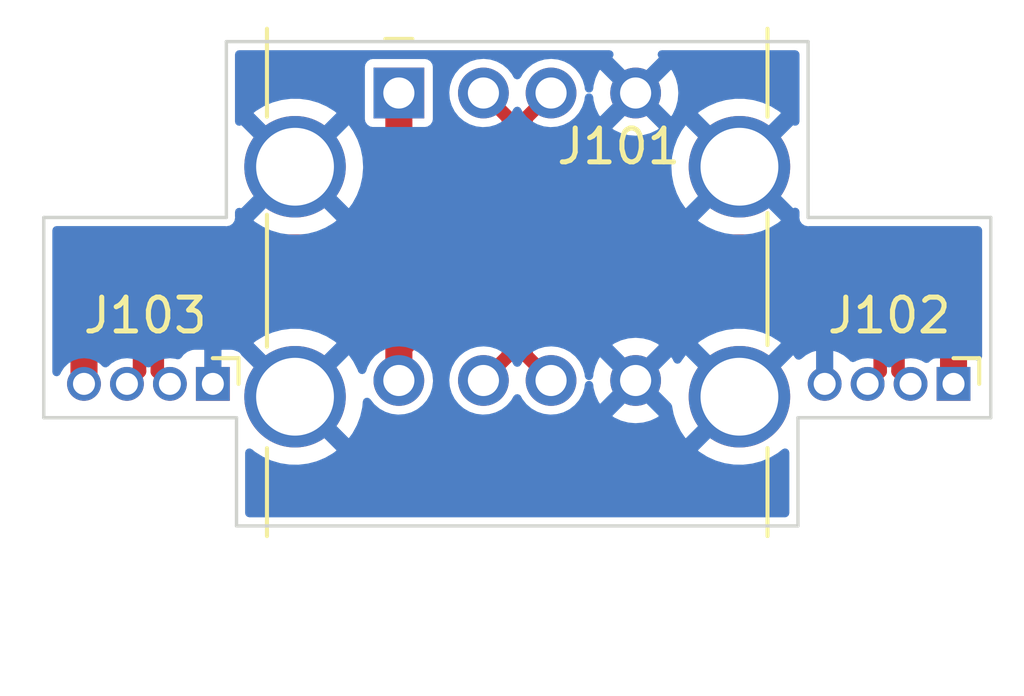
<source format=kicad_pcb>
(kicad_pcb (version 20210824) (generator pcbnew)
  (layers (0 "F.Cu" signal) (31 "B.Cu" signal) (34 "B.Paste" user) (35 "F.Paste" user) (36 "B.SilkS" user "B.Silkscreen") (37 "F.SilkS" user "F.Silkscreen") (38 "B.Mask" user) (39 "F.Mask" user) (44 "Edge.Cuts" user))
  (net 0 "")
  (net 1 "/VBUS1")
  (net 2 "/D1-")
  (net 3 "/D1+")
  (net 4 "GND")
  (net 5 "/VBUS2")
  (net 6 "/D2-")
  (net 7 "/D2+")
  (footprint "footprints:USB_A_Wuerth_614008235023_Vertical_Stacked" (layer "F.Cu") (at 150 95)
    (fp_text reference "J101" (at 3 1.58) (layer "F.SilkS"))
    (fp_text value "USB_A_Stacked")
    (fp_line (start -3.1 -1.6) (end -3.9 -1.6) (layer "F.SilkS") (width 0.12))
    (fp_line (start 7.4 -1.9) (end 7.4 0.7) (layer "F.SilkS") (width 0.12))
    (fp_line (start -7.4 3.6) (end -7.4 7.5) (layer "F.SilkS") (width 0.12))
    (fp_line (start -7.4 -1.9) (end -7.4 0.7) (layer "F.SilkS") (width 0.12))
    (fp_line (start -7.4 10.5) (end -7.4 13.1) (layer "F.SilkS") (width 0.12))
    (fp_line (start 7.4 10.5) (end 7.4 13.1) (layer "F.SilkS") (width 0.12))
    (fp_line (start 7.4 3.55) (end 7.4 7.45) (layer "F.SilkS") (width 0.12))
    (pad "1" thru_hole rect locked (at -3.5 0) (size 1.5 1.5) (drill 0.92) (layers *.Cu *.Mask) (net 1 "/VBUS1"))
    (pad "2" thru_hole circle locked (at -1 0) (size 1.5 1.5) (drill 0.92) (layers *.Cu *.Mask) (net 2 "/D1-"))
    (pad "3" thru_hole circle locked (at 1 0) (size 1.5 1.5) (drill 0.92) (layers *.Cu *.Mask) (net 3 "/D1+"))
    (pad "4" thru_hole circle locked (at 3.5 0) (size 1.5 1.5) (drill 0.92) (layers *.Cu *.Mask) (net 4 "GND"))
    (pad "5" thru_hole circle locked (at -3.5 8.5) (size 1.5 1.5) (drill 0.92) (layers *.Cu *.Mask) (net 5 "/VBUS2"))
    (pad "6" thru_hole circle locked (at -1 8.5) (size 1.5 1.5) (drill 0.92) (layers *.Cu *.Mask) (net 6 "/D2-"))
    (pad "7" thru_hole circle locked (at 1 8.5) (size 1.5 1.5) (drill 0.92) (layers *.Cu *.Mask) (net 7 "/D2+"))
    (pad "8" thru_hole circle locked (at 3.5 8.5) (size 1.5 1.5) (drill 0.92) (layers *.Cu *.Mask) (net 4 "GND"))
    (pad "9" thru_hole circle locked (at -6.57 8.98) (size 3 3) (drill 2.3) (layers *.Cu *.Mask) (net 4 "GND"))
    (pad "9" thru_hole circle locked (at -6.57 2.18) (size 3 3) (drill 2.3) (layers *.Cu *.Mask) (net 4 "GND"))
    (pad "9" thru_hole circle locked (at 6.57 8.98) (size 3 3) (drill 2.3) (layers *.Cu *.Mask) (net 4 "GND"))
    (pad "9" thru_hole circle locked (at 6.57 2.18) (size 3 3) (drill 2.3) (layers *.Cu *.Mask) (net 4 "GND"))
  )
  (footprint "footprints:PinHeader_1x04_P1.27mm_Horizontal_Alt" (layer "F.Cu") (at 141 103.6 -90)
    (fp_text reference "J103" (at -2.02 2 180) (layer "F.SilkS"))
    (fp_text value "Conn_01x04")
    (fp_line (start -0.76 -0.76) (end 0 -0.76) (layer "F.SilkS") (width 0.12))
    (fp_line (start -0.76 0) (end -0.76 -0.76) (layer "F.SilkS") (width 0.12))
    (pad "1" thru_hole rect locked (at 0 0 270) (size 1 1) (drill 0.65) (layers *.Cu *.Mask) (net 4 "GND"))
    (pad "2" thru_hole oval locked (at 0 1.27 270) (size 1 1) (drill 0.65) (layers *.Cu *.Mask) (net 3 "/D1+"))
    (pad "3" thru_hole oval locked (at 0 2.54 270) (size 1 1) (drill 0.65) (layers *.Cu *.Mask) (net 2 "/D1-"))
    (pad "4" thru_hole oval locked (at 0 3.81 270) (size 1 1) (drill 0.65) (layers *.Cu *.Mask) (net 1 "/VBUS1"))
  )
  (footprint "footprints:PinHeader_1x04_P1.27mm_Horizontal_Alt" (layer "F.Cu") (at 162.9 103.6 -90)
    (fp_text reference "J102" (at -2.02 1.9) (layer "F.SilkS"))
    (fp_text value "Conn_01x04")
    (fp_line (start -0.76 0) (end -0.76 -0.76) (layer "F.SilkS") (width 0.12))
    (fp_line (start -0.76 -0.76) (end 0 -0.76) (layer "F.SilkS") (width 0.12))
    (pad "1" thru_hole rect locked (at 0 0 270) (size 1 1) (drill 0.65) (layers *.Cu *.Mask) (net 5 "/VBUS2"))
    (pad "2" thru_hole oval locked (at 0 1.27 270) (size 1 1) (drill 0.65) (layers *.Cu *.Mask) (net 6 "/D2-"))
    (pad "3" thru_hole oval locked (at 0 2.54 270) (size 1 1) (drill 0.65) (layers *.Cu *.Mask) (net 7 "/D2+"))
    (pad "4" thru_hole oval locked (at 0 3.81 270) (size 1 1) (drill 0.65) (layers *.Cu *.Mask) (net 4 "GND"))
  )
  (gr_line (start 164 98.68) (end 158.6 98.68) (layer "Edge.Cuts") (width 0.1))
  (gr_line (start 141.4 98.68) (end 141.4 93.48) (layer "Edge.Cuts") (width 0.1))
  (gr_line (start 158.3 107.8) (end 158.3 104.6) (layer "Edge.Cuts") (width 0.1))
  (gr_line (start 141.7 107.8) (end 158.3 107.8) (layer "Edge.Cuts") (width 0.1))
  (gr_line (start 141.4 98.68) (end 136 98.68) (layer "Edge.Cuts") (width 0.1))
  (gr_line (start 164 104.6) (end 164 98.68) (layer "Edge.Cuts") (width 0.1))
  (gr_line (start 141.7 104.6) (end 141.7 107.8) (layer "Edge.Cuts") (width 0.1))
  (gr_line (start 158.3 104.6) (end 164 104.6) (layer "Edge.Cuts") (width 0.1))
  (gr_line (start 158.6 98.68) (end 158.6 93.48) (layer "Edge.Cuts") (width 0.1))
  (gr_line (start 136 104.6) (end 141.7 104.6) (layer "Edge.Cuts") (width 0.1))
  (gr_line (start 136 98.68) (end 136 104.6) (layer "Edge.Cuts") (width 0.1))
  (gr_line (start 158.6 93.48) (end 141.4 93.48) (layer "Edge.Cuts") (width 0.1))
  (segment (start 145.2 99.58) (end 146.5 98.28) (width 0.8) (layer "F.Cu") (net 1))
  (segment (start 139.4 99.58) (end 145.2 99.58) (width 0.8) (layer "F.Cu") (net 1))
  (segment (start 137.19 103.6) (end 137.19 101.79) (width 0.8) (layer "F.Cu") (net 1))
  (segment (start 146.5 98.28) (end 146.5 95) (width 0.8) (layer "F.Cu") (net 1))
  (segment (start 137.19 101.79) (end 139.4 99.58) (width 0.8) (layer "F.Cu") (net 1))
  (segment (start 147.590854 100.4165) (end 149.736499 98.270855) (width 0.4) (layer "F.Cu") (net 2))
  (segment (start 140.390854 100.4165) (end 147.590854 100.4165) (width 0.4) (layer "F.Cu") (net 2))
  (segment (start 149.736499 95.736499) (end 149 95) (width 0.4) (layer "F.Cu") (net 2))
  (segment (start 138.831499 101.975855) (end 140.390854 100.4165) (width 0.4) (layer "F.Cu") (net 2))
  (segment (start 138.831499 103.228501) (end 138.831499 101.975855) (width 0.4) (layer "F.Cu") (net 2))
  (segment (start 149.736499 98.270855) (end 149.736499 95.736499) (width 0.4) (layer "F.Cu") (net 2))
  (segment (start 138.46 103.6) (end 138.831499 103.228501) (width 0.4) (layer "F.Cu") (net 2))
  (segment (start 139.358501 103.228501) (end 139.358501 102.194145) (width 0.4) (layer "F.Cu") (net 3))
  (segment (start 140.609146 100.9435) (end 147.809146 100.9435) (width 0.4) (layer "F.Cu") (net 3))
  (segment (start 147.809146 100.9435) (end 150.263501 98.489145) (width 0.4) (layer "F.Cu") (net 3))
  (segment (start 139.358501 102.194145) (end 140.609146 100.9435) (width 0.4) (layer "F.Cu") (net 3))
  (segment (start 150.263501 98.489145) (end 150.263501 95.736499) (width 0.4) (layer "F.Cu") (net 3))
  (segment (start 139.73 103.6) (end 139.358501 103.228501) (width 0.4) (layer "F.Cu") (net 3))
  (segment (start 150.263501 95.736499) (end 151 95) (width 0.4) (layer "F.Cu") (net 3))
  (segment (start 146.5 102.48) (end 146.5 103.5) (width 0.8) (layer "F.Cu") (net 5))
  (segment (start 150.7 99.58) (end 148.3 101.98) (width 0.8) (layer "F.Cu") (net 5))
  (segment (start 147 101.98) (end 146.5 102.48) (width 0.8) (layer "F.Cu") (net 5))
  (segment (start 160.5 99.58) (end 150.7 99.58) (width 0.8) (layer "F.Cu") (net 5))
  (segment (start 162.9 103.6) (end 162.9 101.98) (width 0.8) (layer "F.Cu") (net 5))
  (segment (start 148.3 101.98) (end 147 101.98) (width 0.8) (layer "F.Cu") (net 5))
  (segment (start 162.9 101.98) (end 160.5 99.58) (width 0.8) (layer "F.Cu") (net 5))
  (segment (start 151.190854 100.4165) (end 149.736499 101.870855) (width 0.4) (layer "F.Cu") (net 6))
  (segment (start 161.258501 101.965855) (end 159.709146 100.4165) (width 0.4) (layer "F.Cu") (net 6))
  (segment (start 149.736499 101.870855) (end 149.736499 102.763501) (width 0.4) (layer "F.Cu") (net 6))
  (segment (start 149.736499 102.763501) (end 149 103.5) (width 0.4) (layer "F.Cu") (net 6))
  (segment (start 161.63 103.6) (end 161.258501 103.228501) (width 0.4) (layer "F.Cu") (net 6))
  (segment (start 159.709146 100.4165) (end 151.190854 100.4165) (width 0.4) (layer "F.Cu") (net 6))
  (segment (start 161.258501 103.228501) (end 161.258501 101.965855) (width 0.4) (layer "F.Cu") (net 6))
  (segment (start 160.731499 102.184145) (end 159.490854 100.9435) (width 0.4) (layer "F.Cu") (net 7))
  (segment (start 160.731499 103.228501) (end 160.731499 102.184145) (width 0.4) (layer "F.Cu") (net 7))
  (segment (start 150.263501 102.089145) (end 150.263501 102.763501) (width 0.4) (layer "F.Cu") (net 7))
  (segment (start 151.409146 100.9435) (end 150.263501 102.089145) (width 0.4) (layer "F.Cu") (net 7))
  (segment (start 160.36 103.6) (end 160.731499 103.228501) (width 0.4) (layer "F.Cu") (net 7))
  (segment (start 150.263501 102.763501) (end 151 103.5) (width 0.4) (layer "F.Cu") (net 7))
  (segment (start 159.490854 100.9435) (end 151.409146 100.9435) (width 0.4) (layer "F.Cu") (net 7))
  (zone (net 4) (net_name "GND") (layer "B.Cu") (connect_pads (clearance 0.254)) (min_thickness 0.254) (fill yes (thermal_gap 0.508) (thermal_bridge_width 0.508))
    (polygon (pts (xy 165 108.58) (xy 135 108.58) (xy 135 92.58) (xy 165 92.58)))
  )
)
</source>
